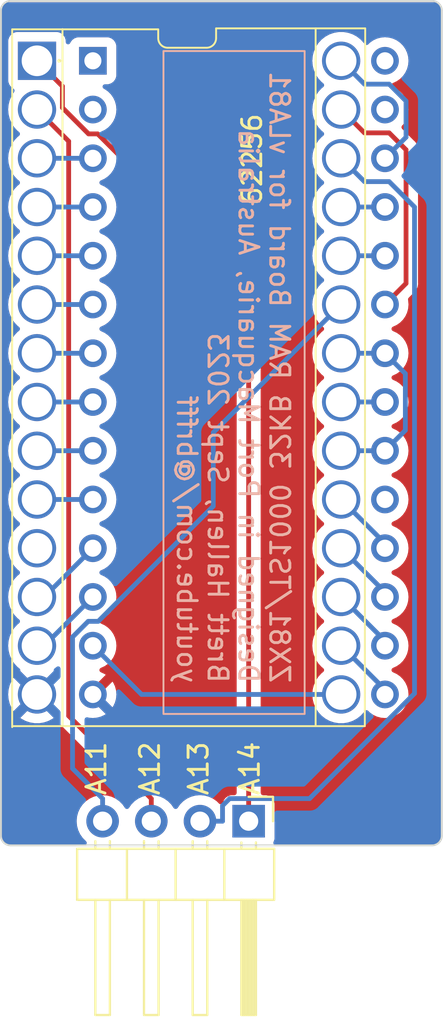
<source format=kicad_pcb>
(kicad_pcb (version 20221018) (generator pcbnew)
  (title_block (title "ZX81/TS1000 32KB RAM Board") (date "2023-09-10") (rev "INITIAL") (company "Brett Hallen") (comment 1 "youtube.com/@brfff"))
  (layers (0 "F.Cu" signal) (31 "B.Cu" signal) (34 "B.Paste" user) (35 "F.Paste" user) (36 "B.SilkS" user "B.Silkscreen") (37 "F.SilkS" user "F.Silkscreen") (38 "B.Mask" user) (39 "F.Mask" user) (44 "Edge.Cuts" user))
  (net 0 "")
  (net 1 "/A05")
  (net 2 "/A06")
  (net 3 "/A07")
  (net 4 "/A08")
  (net 5 "/A09")
  (net 6 "/A10")
  (net 7 "/A11")
  (net 8 "/A12")
  (net 9 "/A13")
  (net 10 "/A14")
  (net 11 "/D0")
  (net 12 "/D1")
  (net 13 "/D2")
  (net 14 "/GND")
  (net 15 "/D3")
  (net 16 "/D4")
  (net 17 "/D5")
  (net 18 "/D6")
  (net 19 "/D7")
  (net 20 "/~{RAMCS}")
  (net 21 "/A00")
  (net 22 "/A01")
  (net 23 "/A02")
  (net 24 "/A03")
  (net 25 "/A04")
  (net 26 "/~{WR}")
  (net 27 "/+5V")
  (net 32 "/D8")
  (footprint "CluelessEngineer:DIP1587W140P254L3632H381Q28N" (layer "F.Cu") (at 150.815 71.628)
    (fp_text reference "IC1" hide)
    (fp_text value "CY62256NLL-55SNXI" hide)
    (fp_line (start -9.23 -18.15) (end -9.23 18.21) (stroke (width 0.1)) (layer "F.SilkS"))
    (fp_line (start -9.19 18.161) (end -6.604 18.161) (stroke (width 0.1)) (layer "F.SilkS"))
    (fp_line (start -6.604 18.161) (end -6.604 -18.161) (stroke (width 0.1)) (layer "F.SilkS"))
    (fp_line (start -6.604 18.161) (end 6.604 18.161) (stroke (width 0.1)) (layer "F.SilkS"))
    (fp_line (start -6.54 -18.15) (end -9.23 -18.15) (stroke (width 0.1)) (layer "F.SilkS"))
    (fp_line (start -6.54 -18.15) (end -1.61 -18.15) (stroke (width 0.1)) (layer "F.SilkS"))
    (fp_line (start -1.61 -18.15) (end -1.61 -17.69) (stroke (width 0.1)) (layer "F.SilkS"))
    (fp_line (start -1.11 -17.19) (end 0.91 -17.19) (stroke (width 0.1)) (layer "F.SilkS"))
    (fp_line (start 1.41 -18.2) (end 6.61 -18.2) (stroke (width 0.1)) (layer "F.SilkS"))
    (fp_line (start 1.41 -17.69) (end 1.41 -18.2) (stroke (width 0.1)) (layer "F.SilkS"))
    (fp_line (start 6.604 -18.161) (end 6.604 18.161) (stroke (width 0.1)) (layer "F.SilkS"))
    (fp_line (start 6.61 -18.2) (end 9.19 -18.2) (stroke (width 0.1)) (layer "F.SilkS"))
    (fp_line (start 9.17 18.161) (end 6.604 18.161) (stroke (width 0.1)) (layer "F.SilkS"))
    (fp_line (start 9.19 -18.2) (end 9.17 18.161) (stroke (width 0.1)) (layer "F.SilkS"))
    (fp_arc (start -1.11 -17.19) (mid -1.463553 -17.336447) (end -1.61 -17.69) (stroke (width 0.1)) (layer "F.SilkS"))
    (fp_arc (start 1.41 -17.69) (mid 1.263553 -17.336447) (end 0.91 -17.19) (stroke (width 0.1)) (layer "F.SilkS"))
    (pad "1" thru_hole rect (at -7.935 -16.51) (size 1.997 1.997) (drill 1.597) (layers "*.Cu" "*.Mask") (net 10 "/A14"))
    (pad "2" thru_hole circle (at -7.935 -13.97) (size 1.997 1.997) (drill 1.597) (layers "*.Cu" "*.Mask") (net 8 "/A12"))
    (pad "3" thru_hole circle (at -7.935 -11.43) (size 1.997 1.997) (drill 1.597) (layers "*.Cu" "*.Mask") (net 3 "/A07"))
    (pad "4" thru_hole circle (at -7.935 -8.89) (size 1.997 1.997) (drill 1.597) (layers "*.Cu" "*.Mask") (net 2 "/A06"))
    (pad "5" thru_hole circle (at -7.935 -6.35) (size 1.997 1.997) (drill 1.597) (layers "*.Cu" "*.Mask") (net 1 "/A05"))
    (pad "6" thru_hole circle (at -7.935 -3.81) (size 1.997 1.997) (drill 1.597) (layers "*.Cu" "*.Mask") (net 25 "/A04"))
    (pad "7" thru_hole circle (at -7.935 -1.27) (size 1.997 1.997) (drill 1.597) (layers "*.Cu" "*.Mask") (net 24 "/A03"))
    (pad "8" thru_hole circle (at -7.935 1.27) (size 1.997 1.997) (drill 1.597) (layers "*.Cu" "*.Mask") (net 23 "/A02"))
    (pad "9" thru_hole circle (at -7.935 3.81) (size 1.997 1.997) (drill 1.597) (layers "*.Cu" "*.Mask") (net 22 "/A01"))
    (pad "10" thru_hole circle (at -7.935 6.35) (size 1.997 1.997) (drill 1.597) (layers "*.Cu" "*.Mask") (net 21 "/A00"))
    (pad "11" thru_hole circle (at -7.935 8.89) (size 1.997 1.997) (drill 1.597) (layers "*.Cu" "*.Mask") (net 11 "/D0"))
    (pad "12" thru_hole circle (at -7.935 11.43) (size 1.997 1.997) (drill 1.597) (layers "*.Cu" "*.Mask") (net 12 "/D1"))
    (pad "13" thru_hole circle (at -7.935 13.97) (size 1.997 1.997) (drill 1.597) (layers "*.Cu" "*.Mask") (net 13 "/D2"))
    (pad "14" thru_hole circle (at -7.935 16.51) (size 1.997 1.997) (drill 1.597) (layers "*.Cu" "*.Mask") (net 14 "/GND"))
    (pad "15" thru_hole circle (at 7.935 16.51) (size 1.997 1.997) (drill 1.597) (layers "*.Cu" "*.Mask") (net 15 "/D3"))
    (pad "16" thru_hole circle (at 7.935 13.97) (size 1.997 1.997) (drill 1.597) (layers "*.Cu" "*.Mask") (net 16 "/D4"))
    (pad "17" thru_hole circle (at 7.935 11.43) (size 1.997 1.997) (drill 1.597) (layers "*.Cu" "*.Mask") (net 17 "/D5"))
    (pad "18" thru_hole circle (at 7.935 8.89) (size 1.997 1.997) (drill 1.597) (layers "*.Cu" "*.Mask") (net 18 "/D6"))
    (pad "19" thru_hole circle (at 7.935 6.35) (size 1.997 1.997) (drill 1.597) (layers "*.Cu" "*.Mask") (net 19 "/D7"))
    (pad "20" thru_hole circle (at 7.935 3.81) (size 1.997 1.997) (drill 1.597) (layers "*.Cu" "*.Mask") (net 20 "/~{RAMCS}"))
    (pad "21" thru_hole circle (at 7.935 1.27) (size 1.997 1.997) (drill 1.597) (layers "*.Cu" "*.Mask") (net 6 "/A10"))
    (pad "22" thru_hole circle (at 7.935 -1.27) (size 1.997 1.997) (drill 1.597) (layers "*.Cu" "*.Mask") (net 20 "/~{RAMCS}"))
    (pad "23" thru_hole circle (at 7.935 -3.81) (size 1.997 1.997) (drill 1.597) (layers "*.Cu" "*.Mask") (net 7 "/A11"))
    (pad "24" thru_hole circle (at 7.935 -6.35) (size 1.997 1.997) (drill 1.597) (layers "*.Cu" "*.Mask") (net 5 "/A09"))
    (pad "25" thru_hole circle (at 7.935 -8.89) (size 1.997 1.997) (drill 1.597) (layers "*.Cu" "*.Mask") (net 4 "/A08"))
    (pad "26" thru_hole circle (at 7.935 -11.43) (size 1.997 1.997) (drill 1.597) (layers "*.Cu" "*.Mask") (net 9 "/A13"))
    (pad "27" thru_hole circle (at 7.935 -13.97) (size 1.997 1.997) (drill 1.597) (layers "*.Cu" "*.Mask") (net 26 "/~{WR}"))
    (pad "28" thru_hole circle (at 7.935 -16.51) (size 1.997 1.997) (drill 1.597) (layers "*.Cu" "*.Mask") (net 27 "/+5V"))
  )
  (footprint "Connector_PinHeader_2.54mm:PinHeader_1x04_P2.54mm_Horizontal" (layer "F.Cu") (at 153.924 94.742 -90)
    (fp_text reference "J3" hide)
    (fp_text value "Conn_01x04_Pin" hide)
    (fp_line (start -1.27 -1.27) (end 0 -1.27) (stroke (width 0.12)) (layer "F.SilkS"))
    (fp_line (start -1.27 0) (end -1.27 -1.27) (stroke (width 0.12)) (layer "F.SilkS"))
    (fp_line (start 1.042929 2.16) (end 1.44 2.16) (stroke (width 0.12)) (layer "F.SilkS"))
    (fp_line (start 1.042929 2.92) (end 1.44 2.92) (stroke (width 0.12)) (layer "F.SilkS"))
    (fp_line (start 1.042929 4.7) (end 1.44 4.7) (stroke (width 0.12)) (layer "F.SilkS"))
    (fp_line (start 1.042929 5.46) (end 1.44 5.46) (stroke (width 0.12)) (layer "F.SilkS"))
    (fp_line (start 1.042929 7.24) (end 1.44 7.24) (stroke (width 0.12)) (layer "F.SilkS"))
    (fp_line (start 1.042929 8) (end 1.44 8) (stroke (width 0.12)) (layer "F.SilkS"))
    (fp_line (start 1.11 -0.38) (end 1.44 -0.38) (stroke (width 0.12)) (layer "F.SilkS"))
    (fp_line (start 1.11 0.38) (end 1.44 0.38) (stroke (width 0.12)) (layer "F.SilkS"))
    (fp_line (start 1.44 -1.33) (end 1.44 8.95) (stroke (width 0.12)) (layer "F.SilkS"))
    (fp_line (start 1.44 1.27) (end 4.1 1.27) (stroke (width 0.12)) (layer "F.SilkS"))
    (fp_line (start 1.44 3.81) (end 4.1 3.81) (stroke (width 0.12)) (layer "F.SilkS"))
    (fp_line (start 1.44 6.35) (end 4.1 6.35) (stroke (width 0.12)) (layer "F.SilkS"))
    (fp_line (start 1.44 8.95) (end 4.1 8.95) (stroke (width 0.12)) (layer "F.SilkS"))
    (fp_line (start 4.1 -1.33) (end 1.44 -1.33) (stroke (width 0.12)) (layer "F.SilkS"))
    (fp_line (start 4.1 -0.38) (end 10.1 -0.38) (stroke (width 0.12)) (layer "F.SilkS"))
    (fp_line (start 4.1 -0.32) (end 10.1 -0.32) (stroke (width 0.12)) (layer "F.SilkS"))
    (fp_line (start 4.1 -0.2) (end 10.1 -0.2) (stroke (width 0.12)) (layer "F.SilkS"))
    (fp_line (start 4.1 -0.08) (end 10.1 -0.08) (stroke (width 0.12)) (layer "F.SilkS"))
    (fp_line (start 4.1 0.04) (end 10.1 0.04) (stroke (width 0.12)) (layer "F.SilkS"))
    (fp_line (start 4.1 0.16) (end 10.1 0.16) (stroke (width 0.12)) (layer "F.SilkS"))
    (fp_line (start 4.1 0.28) (end 10.1 0.28) (stroke (width 0.12)) (layer "F.SilkS"))
    (fp_line (start 4.1 2.16) (end 10.1 2.16) (stroke (width 0.12)) (layer "F.SilkS"))
    (fp_line (start 4.1 4.7) (end 10.1 4.7) (stroke (width 0.12)) (layer "F.SilkS"))
    (fp_line (start 4.1 7.24) (end 10.1 7.24) (stroke (width 0.12)) (layer "F.SilkS"))
    (fp_line (start 4.1 8.95) (end 4.1 -1.33) (stroke (width 0.12)) (layer "F.SilkS"))
    (fp_line (start 10.1 -0.38) (end 10.1 0.38) (stroke (width 0.12)) (layer "F.SilkS"))
    (fp_line (start 10.1 0.38) (end 4.1 0.38) (stroke (width 0.12)) (layer "F.SilkS"))
    (fp_line (start 10.1 2.16) (end 10.1 2.92) (stroke (width 0.12)) (layer "F.SilkS"))
    (fp_line (start 10.1 2.92) (end 4.1 2.92) (stroke (width 0.12)) (layer "F.SilkS"))
    (fp_line (start 10.1 4.7) (end 10.1 5.46) (stroke (width 0.12)) (layer "F.SilkS"))
    (fp_line (start 10.1 5.46) (end 4.1 5.46) (stroke (width 0.12)) (layer "F.SilkS"))
    (fp_line (start 10.1 7.24) (end 10.1 8) (stroke (width 0.12)) (layer "F.SilkS"))
    (fp_line (start 10.1 8) (end 4.1 8) (stroke (width 0.12)) (layer "F.SilkS"))
    (pad "1" thru_hole rect (at 0 0 270) (size 1.7 1.7) (drill 1) (layers "*.Cu" "*.Mask") (net 10 "/A14"))
    (pad "2" thru_hole oval (at 0 2.54 270) (size 1.7 1.7) (drill 1) (layers "*.Cu" "*.Mask") (net 9 "/A13"))
    (pad "3" thru_hole oval (at 0 5.08 270) (size 1.7 1.7) (drill 1) (layers "*.Cu" "*.Mask") (net 8 "/A12"))
    (pad "4" thru_hole oval (at 0 7.62 270) (size 1.7 1.7) (drill 1) (layers "*.Cu" "*.Mask") (net 7 "/A11"))
  )
  (footprint "CluelessEngineer:828AG11DLF" (layer "F.Cu") (at 145.796 55.118 -90)
    (fp_text reference "J4" hide)
    (fp_text value "828-AG11D-LF" hide)
    (fp_line (start 0 1.7) (end 0 1.7) (stroke (width 0.1)) (layer "F.SilkS"))
    (fp_line (start 0 1.8) (end 0 1.8) (stroke (width 0.1)) (layer "F.SilkS"))
    (fp_arc (start 0 1.7) (mid 0.05 1.75) (end 0 1.8) (stroke (width 0.1)) (layer "F.SilkS"))
    (fp_arc (start 0 1.8) (mid -0.05 1.75) (end 0 1.7) (stroke (width 0.1)) (layer "F.SilkS"))
    (pad "1" thru_hole rect (at 0 0 270) (size 1.445 1.445) (drill 0.889) (layers "*.Cu" "*.Mask"))
    (pad "2" thru_hole circle (at 2.54 0 270) (size 1.445 1.445) (drill 0.889) (layers "*.Cu" "*.Mask"))
    (pad "3" thru_hole circle (at 5.08 0 270) (size 1.445 1.445) (drill 0.889) (layers "*.Cu" "*.Mask") (net 3 "/A07"))
    (pad "4" thru_hole circle (at 7.62 0 270) (size 1.445 1.445) (drill 0.889) (layers "*.Cu" "*.Mask") (net 2 "/A06"))
    (pad "5" thru_hole circle (at 10.16 0 270) (size 1.445 1.445) (drill 0.889) (layers "*.Cu" "*.Mask") (net 1 "/A05"))
    (pad "6" thru_hole circle (at 12.7 0 270) (size 1.445 1.445) (drill 0.889) (layers "*.Cu" "*.Mask") (net 25 "/A04"))
    (pad "7" thru_hole circle (at 15.24 0 270) (size 1.445 1.445) (drill 0.889) (layers "*.Cu" "*.Mask") (net 24 "/A03"))
    (pad "8" thru_hole circle (at 17.78 0 270) (size 1.445 1.445) (drill 0.889) (layers "*.Cu" "*.Mask") (net 23 "/A02"))
    (pad "9" thru_hole circle (at 20.32 0 270) (size 1.445 1.445) (drill 0.889) (layers "*.Cu" "*.Mask") (net 22 "/A01"))
    (pad "10" thru_hole circle (at 22.86 0 270) (size 1.445 1.445) (drill 0.889) (layers "*.Cu" "*.Mask") (net 21 "/A00"))
    (pad "11" thru_hole circle (at 25.4 0 270) (size 1.445 1.445) (drill 0.889) (layers "*.Cu" "*.Mask") (net 12 "/D1"))
    (pad "12" thru_hole circle (at 27.94 0 270) (size 1.445 1.445) (drill 0.889) (layers "*.Cu" "*.Mask") (net 13 "/D2"))
    (pad "13" thru_hole circle (at 30.48 0 270) (size 1.445 1.445) (drill 0.889) (layers "*.Cu" "*.Mask") (net 15 "/D3"))
    (pad "14" thru_hole circle (at 33.02 0 270) (size 1.445 1.445) (drill 0.889) (layers "*.Cu" "*.Mask") (net 14 "/GND"))
    (pad "15" thru_hole circle (at 33.02 -15.24 270) (size 1.445 1.445) (drill 0.889) (layers "*.Cu" "*.Mask") (net 16 "/D4"))
    (pad "16" thru_hole circle (at 30.48 -15.24 270) (size 1.445 1.445) (drill 0.889) (layers "*.Cu" "*.Mask") (net 17 "/D5"))
    (pad "17" thru_hole circle (at 27.94 -15.24 270) (size 1.445 1.445) (drill 0.889) (layers "*.Cu" "*.Mask") (net 18 "/D6"))
    (pad "18" thru_hole circle (at 25.4 -15.24 270) (size 1.445 1.445) (drill 0.889) (layers "*.Cu" "*.Mask") (net 19 "/D7"))
    (pad "19" thru_hole circle (at 22.86 -15.24 270) (size 1.445 1.445) (drill 0.889) (layers "*.Cu" "*.Mask") (net 32 "/D8"))
    (pad "20" thru_hole circle (at 20.32 -15.24 270) (size 1.445 1.445) (drill 0.889) (layers "*.Cu" "*.Mask") (net 20 "/~{RAMCS}"))
    (pad "21" thru_hole circle (at 17.78 -15.24 270) (size 1.445 1.445) (drill 0.889) (layers "*.Cu" "*.Mask") (net 6 "/A10"))
    (pad "22" thru_hole circle (at 15.24 -15.24 270) (size 1.445 1.445) (drill 0.889) (layers "*.Cu" "*.Mask") (net 20 "/~{RAMCS}"))
    (pad "23" thru_hole circle (at 12.7 -15.24 270) (size 1.445 1.445) (drill 0.889) (layers "*.Cu" "*.Mask") (net 26 "/~{WR}"))
    (pad "24" thru_hole circle (at 10.16 -15.24 270) (size 1.445 1.445) (drill 0.889) (layers "*.Cu" "*.Mask") (net 5 "/A09"))
    (pad "25" thru_hole circle (at 7.62 -15.24 270) (size 1.445 1.445) (drill 0.889) (layers "*.Cu" "*.Mask") (net 4 "/A08"))
    (pad "26" thru_hole circle (at 5.08 -15.24 270) (size 1.445 1.445) (drill 0.889) (layers "*.Cu" "*.Mask") (net 27 "/+5V"))
    (pad "27" thru_hole circle (at 2.54 -15.24 270) (size 1.445 1.445) (drill 0.889) (layers "*.Cu" "*.Mask"))
    (pad "28" thru_hole circle (at 0 -15.24 270) (size 1.445 1.445) (drill 0.889) (layers "*.Cu" "*.Mask"))
  )
  (gr_line (start 163.5 96) (end 141.5 96) (stroke (width 0.1)) (layer "Edge.Cuts"))
  (gr_arc (start 141 52.5) (mid 141.146447 52.146447) (end 141.5 52) (stroke (width 0.1)) (layer "Edge.Cuts"))
  (gr_arc (start 163.5 52) (mid 163.853553 52.146447) (end 164 52.5) (stroke (width 0.1)) (layer "Edge.Cuts"))
  (gr_arc (start 164 95.5) (mid 163.853553 95.853553) (end 163.5 96) (stroke (width 0.1)) (layer "Edge.Cuts"))
  (gr_line (start 141.5 52) (end 163.5 52) (stroke (width 0.1)) (layer "Edge.Cuts"))
  (gr_arc (start 141.5 96) (mid 141.146447 95.853553) (end 141 95.5) (stroke (width 0.1)) (layer "Edge.Cuts"))
  (gr_line (start 141 95.5) (end 141 52.5) (stroke (width 0.1)) (layer "Edge.Cuts"))
  (gr_line (start 164 52.5) (end 164 95.5) (stroke (width 0.1)) (layer "Edge.Cuts"))
  (gr_text "ZX81/TS1000 32KB RAM Board for vLA81\nDesigned in Port Macquarie, Australia\nBrett Hallen, Sept 2023\nyoutube.com/@brfff" (at 150.114 87.63 270) (layer "B.SilkS") (effects (font (size 1 1)) (justify left bottom mirror)))
  (gr_text "A13" (at 151.892 93.472 90) (layer "F.SilkS") (effects (font (size 1 1)) (justify left bottom)))
  (gr_text "62256" (at 154.686 62.738 90) (layer "F.SilkS") (effects (font (size 1 1)) (justify left bottom)))
  (gr_text "A11" (at 146.558 93.472 90) (layer "F.SilkS") (effects (font (size 1 1)) (justify left bottom)))
  (gr_text "A14" (at 154.559 93.472 90) (layer "F.SilkS") (effects (font (size 1 1)) (justify left bottom)))
  (gr_text "A12" (at 149.352 93.472 90) (layer "F.SilkS") (effects (font (size 1 1)) (justify left bottom)))
  (gr_text_box "" (start 149.479 54.61) (end 156.845 89.154) (layer "B.SilkS") (effects (font (size 1 1)) (justify left top mirror)) (stroke (width 0.1)))
  (segment (start 145.796 65.278) (end 142.88 65.278) (width 0.25) (layer "B.Cu") (net 1))
  (segment (start 145.796 62.738) (end 142.88 62.738) (width 0.25) (layer "B.Cu") (net 2))
  (segment (start 145.796 60.198) (end 142.88 60.198) (width 0.25) (layer "B.Cu") (net 3))
  (segment (start 161.036 62.738) (end 158.75 62.738) (width 0.25) (layer "B.Cu") (net 4))
  (segment (start 161.036 65.278) (end 158.75 65.278) (width 0.25) (layer "B.Cu") (net 5))
  (segment (start 161.036 72.898) (end 158.75 72.898) (width 0.25) (layer "B.Cu") (net 6))
  (segment (start 146.076 84.328) (end 152.0779 78.3261) (width 0.25) (layer "B.Cu") (net 7))
  (segment (start 144.7345 91.9956) (end 144.7345 85.1469) (width 0.25) (layer "B.Cu") (net 7))
  (segment (start 146.304 94.742) (end 146.304 93.5651) (width 0.25) (layer "B.Cu") (net 7))
  (segment (start 152.0779 74.4901) (end 158.75 67.818) (width 0.25) (layer "B.Cu") (net 7))
  (segment (start 152.0779 78.3261) (end 152.0779 74.4901) (width 0.25) (layer "B.Cu") (net 7))
  (segment (start 146.304 93.5651) (end 144.7345 91.9956) (width 0.25) (layer "B.Cu") (net 7))
  (segment (start 145.5534 84.328) (end 146.076 84.328) (width 0.25) (layer "B.Cu") (net 7))
  (segment (start 144.7345 85.1469) (end 145.5534 84.328) (width 0.25) (layer "B.Cu") (net 7))
  (segment (start 144.5332 59.3112) (end 142.88 57.658) (width 0.25) (layer "F.Cu") (net 8))
  (segment (start 148.844 93.5651) (end 144.5332 89.2543) (width 0.25) (layer "F.Cu") (net 8))
  (segment (start 144.5332 89.2543) (end 144.5332 59.3112) (width 0.25) (layer "F.Cu") (net 8))
  (segment (start 148.844 94.742) (end 148.844 93.5651) (width 0.25) (layer "F.Cu") (net 8))
  (segment (start 162.5779 88.0878) (end 162.5779 62.7374) (width 0.25) (layer "B.Cu") (net 9))
  (segment (start 161.2546 61.4141) (end 159.9661 61.4141) (width 0.25) (layer "B.Cu") (net 9))
  (segment (start 157.1006 93.5651) (end 162.5779 88.0878) (width 0.25) (layer "B.Cu") (net 9))
  (segment (start 152.5609 94.742) (end 152.5609 93.9328) (width 0.25) (layer "B.Cu") (net 9))
  (segment (start 151.384 94.742) (end 152.5609 94.742) (width 0.25) (layer "B.Cu") (net 9))
  (segment (start 152.5609 93.9328) (end 152.9286 93.5651) (width 0.25) (layer "B.Cu") (net 9))
  (segment (start 152.9286 93.5651) (end 157.1006 93.5651) (width 0.25) (layer "B.Cu") (net 9))
  (segment (start 159.9661 61.4141) (end 158.75 60.198) (width 0.25) (layer "B.Cu") (net 9))
  (segment (start 162.5779 62.7374) (end 161.2546 61.4141) (width 0.25) (layer "B.Cu") (net 9))
  (segment (start 153.924 66.8032) (end 153.924 94.742) (width 0.25) (layer "F.Cu") (net 10))
  (segment (start 146.0488 58.928) (end 153.924 66.8032) (width 0.25) (layer "F.Cu") (net 10))
  (segment (start 142.88 55.118) (end 144.2054 56.4434) (width 0.25) (layer "F.Cu") (net 10))
  (segment (start 144.2054 57.5616) (end 145.5718 58.928) (width 0.25) (layer "F.Cu") (net 10))
  (segment (start 145.5718 58.928) (end 146.0488 58.928) (width 0.25) (layer "F.Cu") (net 10))
  (segment (start 144.2054 56.4434) (end 144.2054 57.5616) (width 0.25) (layer "F.Cu") (net 10))
  (segment (start 145.796 80.518) (end 143.256 83.058) (width 0.25) (layer "B.Cu") (net 12))
  (segment (start 143.256 83.058) (end 142.88 83.058) (width 0.25) (layer "B.Cu") (net 12))
  (segment (start 145.796 83.058) (end 143.256 85.598) (width 0.25) (layer "B.Cu") (net 13))
  (segment (start 143.256 85.598) (end 142.88 85.598) (width 0.25) (layer "B.Cu") (net 13))
  (segment (start 148.336 88.138) (end 158.75 88.138) (width 0.25) (layer "B.Cu") (net 15))
  (segment (start 145.796 85.598) (end 148.336 88.138) (width 0.25) (layer "B.Cu") (net 15))
  (segment (start 161.036 88.138) (end 161.036 87.884) (width 0.25) (layer "B.Cu") (net 16))
  (segment (start 161.036 87.884) (end 158.75 85.598) (width 0.25) (layer "B.Cu") (net 16))
  (segment (start 161.036 85.598) (end 161.036 85.344) (width 0.25) (layer "B.Cu") (net 17))
  (segment (start 161.036 85.344) (end 158.75 83.058) (width 0.25) (layer "B.Cu") (net 17))
  (segment (start 161.036 82.804) (end 158.75 80.518) (width 0.25) (layer "B.Cu") (net 18))
  (segment (start 161.036 83.058) (end 161.036 82.804) (width 0.25) (layer "B.Cu") (net 18))
  (segment (start 161.036 80.264) (end 158.75 77.978) (width 0.25) (layer "B.Cu") (net 19))
  (segment (start 161.036 80.518) (end 161.036 80.264) (width 0.25) (layer "B.Cu") (net 19))
  (segment (start 162.1001 74.3739) (end 161.036 75.438) (width 0.25) (layer "B.Cu") (net 20))
  (segment (start 158.75 70.358) (end 161.036 70.358) (width 0.25) (layer "B.Cu") (net 20))
  (segment (start 161.036 75.438) (end 158.75 75.438) (width 0.25) (layer "B.Cu") (net 20))
  (segment (start 161.036 70.358) (end 162.1001 71.4221) (width 0.25) (layer "B.Cu") (net 20))
  (segment (start 162.1001 71.4221) (end 162.1001 74.3739) (width 0.25) (layer "B.Cu") (net 20))
  (segment (start 145.796 77.978) (end 142.88 77.978) (width 0.25) (layer "B.Cu") (net 21))
  (segment (start 145.796 75.438) (end 142.88 75.438) (width 0.25) (layer "B.Cu") (net 22))
  (segment (start 145.796 72.898) (end 142.88 72.898) (width 0.25) (layer "B.Cu") (net 23))
  (segment (start 145.796 70.358) (end 142.88 70.358) (width 0.25) (layer "B.Cu") (net 24))
  (segment (start 145.796 67.818) (end 142.88 67.818) (width 0.25) (layer "B.Cu") (net 25))
  (segment (start 162.1356 59.755) (end 161.2547 58.8741) (width 0.25) (layer "F.Cu") (net 26))
  (segment (start 161.2547 58.8741) (end 159.9661 58.8741) (width 0.25) (layer "F.Cu") (net 26))
  (segment (start 162.1356 66.7184) (end 162.1356 59.755) (width 0.25) (layer "F.Cu") (net 26))
  (segment (start 159.9661 58.8741) (end 158.75 57.658) (width 0.25) (layer "F.Cu") (net 26))
  (segment (start 161.036 67.818) (end 162.1356 66.7184) (width 0.25) (layer "F.Cu") (net 26))
  (segment (start 162.1356 59.0984) (end 162.1356 57.215) (width 0.25) (layer "B.Cu") (net 27))
  (segment (start 162.1356 57.215) (end 161.2547 56.3341) (width 0.25) (layer "B.Cu") (net 27))
  (segment (start 159.9661 56.3341) (end 158.75 55.118) (width 0.25) (layer "B.Cu") (net 27))
  (segment (start 161.036 60.198) (end 162.1356 59.0984) (width 0.25) (layer "B.Cu") (net 27))
  (segment (start 161.2547 56.3341) (end 159.9661 56.3341) (width 0.25) (layer "B.Cu") (net 27))
  (zone (net 14) (net_name "/GND") (layers "F&B.Cu") (connect_pads (clearance 0.5)) (min_thickness 0.25) (fill yes (thermal_gap 0.5) (thermal_bridge_width 0.5))
    (polygon (pts (xy 164.084 96.012) (xy 140.97 96.012) (xy 140.97 52.07) (xy 164.084 52.07)))
  )
)
</source>
